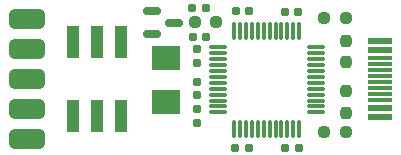
<source format=gtp>
G04 #@! TF.GenerationSoftware,KiCad,Pcbnew,(6.0.11-0)*
G04 #@! TF.CreationDate,2023-02-20T23:18:05+08:00*
G04 #@! TF.ProjectId,ublaster_jtag,75626c61-7374-4657-925f-6a7461672e6b,rev?*
G04 #@! TF.SameCoordinates,Original*
G04 #@! TF.FileFunction,Paste,Top*
G04 #@! TF.FilePolarity,Positive*
%FSLAX46Y46*%
G04 Gerber Fmt 4.6, Leading zero omitted, Abs format (unit mm)*
G04 Created by KiCad (PCBNEW (6.0.11-0)) date 2023-02-20 23:18:05*
%MOMM*%
%LPD*%
G01*
G04 APERTURE LIST*
G04 Aperture macros list*
%AMRoundRect*
0 Rectangle with rounded corners*
0 $1 Rounding radius*
0 $2 $3 $4 $5 $6 $7 $8 $9 X,Y pos of 4 corners*
0 Add a 4 corners polygon primitive as box body*
4,1,4,$2,$3,$4,$5,$6,$7,$8,$9,$2,$3,0*
0 Add four circle primitives for the rounded corners*
1,1,$1+$1,$2,$3*
1,1,$1+$1,$4,$5*
1,1,$1+$1,$6,$7*
1,1,$1+$1,$8,$9*
0 Add four rect primitives between the rounded corners*
20,1,$1+$1,$2,$3,$4,$5,0*
20,1,$1+$1,$4,$5,$6,$7,0*
20,1,$1+$1,$6,$7,$8,$9,0*
20,1,$1+$1,$8,$9,$2,$3,0*%
G04 Aperture macros list end*
%ADD10RoundRect,0.155000X-0.212500X-0.155000X0.212500X-0.155000X0.212500X0.155000X-0.212500X0.155000X0*%
%ADD11RoundRect,0.155000X0.212500X0.155000X-0.212500X0.155000X-0.212500X-0.155000X0.212500X-0.155000X0*%
%ADD12RoundRect,0.237500X-0.250000X-0.237500X0.250000X-0.237500X0.250000X0.237500X-0.250000X0.237500X0*%
%ADD13RoundRect,0.155000X-0.155000X0.212500X-0.155000X-0.212500X0.155000X-0.212500X0.155000X0.212500X0*%
%ADD14R,1.450000X0.600000*%
%ADD15R,2.000000X0.300000*%
%ADD16R,2.000000X0.600000*%
%ADD17R,2.400000X2.000000*%
%ADD18RoundRect,0.155000X0.155000X-0.212500X0.155000X0.212500X-0.155000X0.212500X-0.155000X-0.212500X0*%
%ADD19RoundRect,0.075000X-0.075000X-0.662500X0.075000X-0.662500X0.075000X0.662500X-0.075000X0.662500X0*%
%ADD20RoundRect,0.075000X-0.662500X-0.075000X0.662500X-0.075000X0.662500X0.075000X-0.662500X0.075000X0*%
%ADD21RoundRect,0.237500X0.237500X-0.250000X0.237500X0.250000X-0.237500X0.250000X-0.237500X-0.250000X0*%
%ADD22RoundRect,0.237500X0.250000X0.237500X-0.250000X0.237500X-0.250000X-0.237500X0.250000X-0.237500X0*%
%ADD23RoundRect,0.425000X-1.075000X-0.425000X1.075000X-0.425000X1.075000X0.425000X-1.075000X0.425000X0*%
%ADD24RoundRect,0.237500X-0.237500X0.250000X-0.237500X-0.250000X0.237500X-0.250000X0.237500X0.250000X0*%
%ADD25RoundRect,0.150000X-0.587500X-0.150000X0.587500X-0.150000X0.587500X0.150000X-0.587500X0.150000X0*%
%ADD26R,1.000000X2.750000*%
G04 APERTURE END LIST*
D10*
G04 #@! TO.C,C11*
X24908700Y-6324600D03*
X26043700Y-6324600D03*
G04 #@! TD*
D11*
G04 #@! TO.C,C51*
X32731900Y-15697200D03*
X33866900Y-15697200D03*
G04 #@! TD*
D12*
G04 #@! TO.C,R22*
X36044500Y-14351000D03*
X37869500Y-14351000D03*
G04 #@! TD*
D13*
G04 #@! TO.C,C49*
X25247600Y-10125900D03*
X25247600Y-11260900D03*
G04 #@! TD*
D14*
G04 #@! TO.C,J4*
X40760600Y-13130600D03*
X40760600Y-12330600D03*
D15*
X40760600Y-11130600D03*
X40760600Y-10130600D03*
X40760600Y-9630600D03*
X40760600Y-8630600D03*
D14*
X40760600Y-7430600D03*
D16*
X40760600Y-6630600D03*
X40760600Y-6630600D03*
X40760600Y-7430600D03*
D15*
X40760600Y-8130600D03*
X40760600Y-9130600D03*
X40760600Y-10630600D03*
X40760600Y-11630600D03*
D16*
X40760600Y-12330600D03*
X40760600Y-13130600D03*
G04 #@! TD*
D17*
G04 #@! TO.C,Y2*
X22631400Y-8132200D03*
X22631400Y-11832200D03*
G04 #@! TD*
D18*
G04 #@! TO.C,C17*
X25247600Y-13597700D03*
X25247600Y-12462700D03*
G04 #@! TD*
D19*
G04 #@! TO.C,U1*
X28415800Y-5794300D03*
X28915800Y-5794300D03*
X29415800Y-5794300D03*
X29915800Y-5794300D03*
X30415800Y-5794300D03*
X30915800Y-5794300D03*
X31415800Y-5794300D03*
X31915800Y-5794300D03*
X32415800Y-5794300D03*
X32915800Y-5794300D03*
X33415800Y-5794300D03*
X33915800Y-5794300D03*
D20*
X35328300Y-7206800D03*
X35328300Y-7706800D03*
X35328300Y-8206800D03*
X35328300Y-8706800D03*
X35328300Y-9206800D03*
X35328300Y-9706800D03*
X35328300Y-10206800D03*
X35328300Y-10706800D03*
X35328300Y-11206800D03*
X35328300Y-11706800D03*
X35328300Y-12206800D03*
X35328300Y-12706800D03*
D19*
X33915800Y-14119300D03*
X33415800Y-14119300D03*
X32915800Y-14119300D03*
X32415800Y-14119300D03*
X31915800Y-14119300D03*
X31415800Y-14119300D03*
X30915800Y-14119300D03*
X30415800Y-14119300D03*
X29915800Y-14119300D03*
X29415800Y-14119300D03*
X28915800Y-14119300D03*
X28415800Y-14119300D03*
D20*
X27003300Y-12706800D03*
X27003300Y-12206800D03*
X27003300Y-11706800D03*
X27003300Y-11206800D03*
X27003300Y-10706800D03*
X27003300Y-10206800D03*
X27003300Y-9706800D03*
X27003300Y-9206800D03*
X27003300Y-8706800D03*
X27003300Y-8206800D03*
X27003300Y-7706800D03*
X27003300Y-7206800D03*
G04 #@! TD*
D21*
G04 #@! TO.C,R19*
X37871400Y-12748900D03*
X37871400Y-10923900D03*
G04 #@! TD*
D10*
G04 #@! TO.C,C48*
X32681100Y-4191000D03*
X33816100Y-4191000D03*
G04 #@! TD*
D22*
G04 #@! TO.C,R23*
X26896700Y-5054600D03*
X25071700Y-5054600D03*
G04 #@! TD*
D23*
G04 #@! TO.C,J3*
X10896600Y-4831000D03*
X10896600Y-7371000D03*
X10896600Y-9911000D03*
X10896600Y-12451000D03*
X10896600Y-14991000D03*
G04 #@! TD*
D10*
G04 #@! TO.C,C50*
X28515500Y-15697200D03*
X29650500Y-15697200D03*
G04 #@! TD*
D13*
G04 #@! TO.C,C16*
X25247600Y-7357300D03*
X25247600Y-8492300D03*
G04 #@! TD*
D24*
G04 #@! TO.C,R24*
X37846000Y-6631300D03*
X37846000Y-8456300D03*
G04 #@! TD*
D11*
G04 #@! TO.C,C5*
X25992900Y-3835400D03*
X24857900Y-3835400D03*
G04 #@! TD*
G04 #@! TO.C,C52*
X29675900Y-4165600D03*
X28540900Y-4165600D03*
G04 #@! TD*
D25*
G04 #@! TO.C,U6*
X21439900Y-4155400D03*
X21439900Y-6055400D03*
X23314900Y-5105400D03*
G04 #@! TD*
D12*
G04 #@! TO.C,R20*
X36044500Y-4724400D03*
X37869500Y-4724400D03*
G04 #@! TD*
D26*
G04 #@! TO.C,J8*
X18789400Y-13005600D03*
X18789400Y-6755600D03*
X16789400Y-13005600D03*
X16789400Y-6755600D03*
X14789400Y-13005600D03*
X14789400Y-6755600D03*
G04 #@! TD*
M02*

</source>
